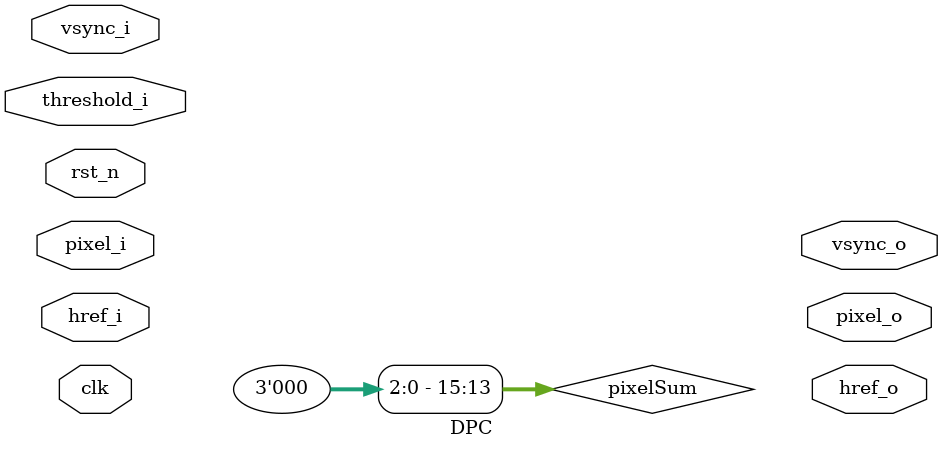
<source format=v>
module DPC
#(
    parameter bits = 8,
    parameter width = 2048,
    parameter height = 2048,
    parameter bayerFormat = 0
)
(
    input clk,
    input rst_n,

    input href_i,
    input vsync_i,
    input [bits-1 : 0] pixel_i,

    input [bits-1 : 0] threshold_i,                        // 坏点阈值

    output href_o,
    output vsync_o,
    output [bits-1 : 0] pixel_o
);

    wire [bits-1 : 0] tapData [3 : 0];
    // 五乘五，因此仅需4行缓存行
    ShiftRegister #(8, width, 4) U_LineBuffer (clk, rst_n, pixel_i, , {tapData[3], tapData[2], tapData[1], tapData[0]});

    reg [bits-1 : 0] pixel_i_reg [6:0];                                                   // LineBuffer读取需要一个clock，所以打一拍对齐
    reg [bits-1 : 0] RF00, RF01, RF02, RF03, RF04;                                        // Receptive Field感受野
    reg [bits-1 : 0] RF10, RF11, RF12, RF13, RF14;
    reg [bits-1 : 0] RF20, RF21, RF22, RF23, RF24;
    reg [bits-1 : 0] RF30, RF31, RF32, RF33, RF34;
    reg [bits-1 : 0] RF40, RF41, RF42, RF43, RF44;
    always @(posedge clk or negedge rst_n) begin
        if(~rst_n) begin
            pixel_i_reg[0] <= {bits{1'b0}};
            RF00 <= {bits{1'b0}}; RF01 <= {bits{1'b0}}; RF02 <= {bits{1'b0}}; RF03 <= {bits{1'b0}}; RF04 <= {bits{1'b0}};
            RF10 <= {bits{1'b0}}; RF11 <= {bits{1'b0}}; RF12 <= {bits{1'b0}}; RF13 <= {bits{1'b0}}; RF14 <= {bits{1'b0}};
            RF20 <= {bits{1'b0}}; RF21 <= {bits{1'b0}}; RF22 <= {bits{1'b0}}; RF23 <= {bits{1'b0}}; RF24 <= {bits{1'b0}};
            RF30 <= {bits{1'b0}}; RF31 <= {bits{1'b0}}; RF32 <= {bits{1'b0}}; RF33 <= {bits{1'b0}}; RF34 <= {bits{1'b0}};
            RF40 <= {bits{1'b0}}; RF41 <= {bits{1'b0}}; RF42 <= {bits{1'b0}}; RF43 <= {bits{1'b0}}; RF44 <= {bits{1'b0}};
        end else begin
            pixel_i_reg[0] <= pixel_i;
            RF00 <= RF01; RF01 <= RF02; RF02 <= RF03; RF03 <= RF04; RF04 <= tapData[3];
            RF10 <= RF11; RF11 <= RF12; RF12 <= RF13; RF13 <= RF14; RF14 <= tapData[2];
            RF20 <= RF21; RF21 <= RF22; RF22 <= RF23; RF23 <= RF24; RF24 <= tapData[1];
            RF30 <= RF31; RF31 <= RF32; RF32 <= RF33; RF33 <= RF34; RF34 <= tapData[0];
            RF40 <= RF41; RF41 <= RF41; RF42 <= RF43; RF43 <= RF44; RF44 <= pixel_i_reg[0];
        end
    end

    // 奇偶行判断
    reg odd_pixel;
    always @(posedge clk or negedge rst_n) begin
        if(~rst_n)
            odd_pixel <= 1'b0;
        else
            odd_pixel <= href_i ? ~odd_pixel : 1'b0;
    end

    reg href_new;
    always @(posedge clk or negedge rst_n) begin
        if(~rst_n) 
            href_new <= 1'b0;
        else
            href_new <= href_i;
    end  

    reg odd_line;
    always @(posedge clk or negedge rst_n) begin
        if(~rst_n) 
            odd_line <= 1'b0;
        else if(vsync_i)
            odd_line <= 1'b0;
        else if(href_i & ~(href_new))
            odd_line <= ~odd_line;
    end

    // bayer format judgment判断当前pixel为何种类型
    wire [1:0] pixelFormat = bayerFormat[1:0] ^ {odd_line, odd_pixel};

    // 提取感受野中与当前format一致的pixel（5*5感受野中为8个）,！！！GR与GB会在该步骤进行混合，当提取GR时会提取感受野中4个GR与4个GB
    reg [bits-1 : 0] SFP00, SFP01, SFP02;                                                              // same format piexl
    reg [bits-1 : 0] SFP10, SFP11, SFP12;
    reg [bits-1 : 0] SFP20, SFP21, SFP22;
    always @(posedge clk or negedge rst_n) begin
        if(~rst_n) begin
            SFP00 <= {bits{1'b0}}; SFP01 <= {bits{1'b0}}; SFP02 <= {bits{1'b0}};
            SFP10 <= {bits{1'b0}}; SFP11 <= {bits{1'b0}}; SFP12 <= {bits{1'b0}};
            SFP20 <= {bits{1'b0}}; SFP21 <= {bits{1'b0}}; SFP22 <= {bits{1'b0}};
        end else begin
            case (pixelFormat)
                2'b00, 2'b11 : begin                                                                   // Bug！！！
                    SFP00 <= RF00; SFP01 <= RF02; SFP02 <= RF04;
                    SFP10 <= RF20; SFP11 <= RF22; SFP12 <= RF24;
                    SFP20 <= RF40; SFP21 <= RF42; SFP22 <= RF44;
                end
                2'b01, 2'b10 : begin
                    SFP00 <= RF11; SFP01 <= RF02; SFP02 <= RF13;
                    SFP10 <= RF20; SFP11 <= RF22; SFP12 <= RF24;
                    SFP20 <= RF31; SFP21 <= RF42; SFP22 <= RF33;
                end
                default : begin
                    SFP00 <= {bits{1'b0}}; SFP01 <= {bits{1'b0}}; SFP02 <= {bits{1'b0}};
                    SFP10 <= {bits{1'b0}}; SFP11 <= {bits{1'b0}}; SFP12 <= {bits{1'b0}};
                    SFP20 <= {bits{1'b0}}; SFP21 <= {bits{1'b0}}; SFP22 <= {bits{1'b0}};
                end
            endcase
        end
    end

    // 滤波阶段，可选择：1、均值滤波 2、中值滤波 3、梯度矫正法 为快速搭建此处仅使用均值滤波
    wire [bits*2-1 : 0] pixelSum = (SFP00 + SFP01 + SFP02 + SFP10 + SFP12 + SFP20 + SFP21 + SFP22) >> 3;

    reg [bits-1 : 0] pixelMean;
    always @(posedge clk or negedge rst_n) begin
        if(~rst_n) begin
            pixelMean <= {bits{1'b0}};
        end else begin
            pixelMean <= pixelSum;
        end
    end 

    // 滤波与坏点检测是并行的，因此需要将滤波数据同步到坏点检测时序中
    reg [bits-1 : 0] pixelMean_reg [2:0];
    always @(posedge clk or negedge rst_n) begin
        if(~rst_n) begin
            pixelMean_reg[0] <= {bits{1'b0}};
            pixelMean_reg[1] <= {bits{1'b0}};
            pixelMean_reg[2] <= {bits{1'b0}};
        end else begin
            pixelMean_reg[0] <= pixelMean;
            pixelMean_reg[1] <= pixelMean_reg[0];
            pixelMean_reg[2] <= pixelMean_reg[1];
        end
    end

    // 坏点检测
    /* 步骤：
     * 1、将感受野中pixel转为有符号数
     * 2、分别计算中心像素与周围八个像素值的差
     * 3、判断差值是否都为相同符号，并计算差值绝对值
     * 4、判断差值绝对值是否超出阈值
     * 5、判断坏点是否成立，对坏点进行像素值取代
     * 将其做成五级pipeline
    */
    // 数据类型转换 
    // verilog-2001提出了可综合的有符号reg与wire
    reg signed [bits : 0] SSFP00, SSFP01, SSFP02;                                                 // singed same format pixel
    reg signed [bits : 0] SSFP10, SSFP11, SSFP12;
    reg signed [bits : 0] SSFP20, SSFP21, SSFP22;
    always @(posedge clk or negedge rst_n) begin
        if(~rst_n) begin
            SSFP00 <= {bits+1{1'b0}}; SSFP01 <= {bits+1{1'b0}}; SSFP02 <= {bits+1{1'b0}};
            SSFP10 <= {bits+1{1'b0}}; SSFP11 <= {bits+1{1'b0}}; SSFP12 <= {bits+1{1'b0}};
            SSFP20 <= {bits+1{1'b0}}; SSFP21 <= {bits+1{1'b0}}; SSFP22 <= {bits+1{1'b0}};
        end else begin
            SSFP00 <= {1'b0, SFP00}; SSFP01 <= {1'b0, SFP01}; SSFP02 <= {1'b0, SFP02};
            SSFP10 <= {1'b0, SFP10}; SSFP11 <= {1'b0, SFP11}; SSFP12 <= {1'b0, SFP12};
            SSFP20 <= {1'b0, SFP20}; SSFP21 <= {1'b0, SFP21}; SSFP22 <= {1'b0, SFP22};
        end
    end

    // 差值计算
    reg signed [bits : 0] DIFF [7 : 0];
    always @(posedge clk or negedge rst_n) begin
        if(~rst_n) begin
            DIFF[0] <= {bits+1{1'b0}};
            DIFF[1] <= {bits+1{1'b0}};
            DIFF[2] <= {bits+1{1'b0}};
            DIFF[3] <= {bits+1{1'b0}};
            DIFF[4] <= {bits+1{1'b0}};
            DIFF[5] <= {bits+1{1'b0}};
            DIFF[6] <= {bits+1{1'b0}};
            DIFF[7] <= {bits+1{1'b0}};
        end else begin
            DIFF[0] <= SSFP11 - SSFP00;
            DIFF[1] <= SSFP11 - SSFP01;
            DIFF[2] <= SSFP11 - SSFP02;
            DIFF[3] <= SSFP11 - SSFP10;
            DIFF[4] <= SSFP11 - SSFP12;
            DIFF[5] <= SSFP11 - SSFP20;
            DIFF[6] <= SSFP11 - SSFP21;
            DIFF[7] <= SSFP11 - SSFP22; 
        end
    end

    // 绝对值计算
    reg [bits-1 : 0] DIFF_abs [7 : 0];
    reg DIFF_sameSymbol;

    wire [7:0] DIFF_symbol = {DIFF[0][bits], DIFF[1][bits], DIFF[2][bits], DIFF[3][bits], DIFF[4][bits], DIFF[5][bits], DIFF[6][bits], DIFF[7][bits]};     // 多维索引在verilog中已经支持，可不可综合未知
    
    always @(posedge clk or negedge rst_n) begin
        if(~rst_n) begin
            DIFF_sameSymbol <= 1'b0;
            DIFF_abs[0] <= {bits{1'b0}};
            DIFF_abs[1] <= {bits{1'b0}};
            DIFF_abs[2] <= {bits{1'b0}};
            DIFF_abs[3] <= {bits{1'b0}};
            DIFF_abs[4] <= {bits{1'b0}};
            DIFF_abs[5] <= {bits{1'b0}};
            DIFF_abs[6] <= {bits{1'b0}};
            DIFF_abs[7] <= {bits{1'b0}};
        end else begin
            DIFF_sameSymbol <= &DIFF_symbol || &(~DIFF_symbol);
            DIFF_abs[0] <= DIFF[0][bits] ? (1'sb0 - DIFF[0]) : DIFF[0];                                     // 自动截位
            DIFF_abs[1] <= DIFF[1][bits] ? (1'sb0 - DIFF[1]) : DIFF[1];
            DIFF_abs[2] <= DIFF[2][bits] ? (1'sb0 - DIFF[2]) : DIFF[2];
            DIFF_abs[3] <= DIFF[3][bits] ? (1'sb0 - DIFF[3]) : DIFF[3];
            DIFF_abs[4] <= DIFF[4][bits] ? (1'sb0 - DIFF[4]) : DIFF[4];
            DIFF_abs[5] <= DIFF[5][bits] ? (1'sb0 - DIFF[5]) : DIFF[5];
            DIFF_abs[6] <= DIFF[6][bits] ? (1'sb0 - DIFF[6]) : DIFF[6];
            DIFF_abs[7] <= DIFF[7][bits] ? (1'sb0 - DIFF[7]) : DIFF[7];
        end
    end

    // 判断是否超出阈值
    reg isBad;
    reg [bits-1 : 0] overflow;

    generate
        genvar i;
        for (i = 0; i < bits; i = i + 1) begin
            assign overflow[i] = DIFF_abs[i] > threshold_i;
        end
    endgenerate 

    always @(posedge clk or negedge rst_n) begin
        if(~rst_n) begin
            isBad <= 1'b0;
        end else begin
            isBad <= |overflow;
        end
    end

    //
    always @(posedge clk or negedge rst_n) begin
        if(~rst_n) begin
            pixel_i_reg[1] <= {bits{1'b0}};
            pixel_i_reg[2] <= {bits{1'b0}};
            pixel_i_reg[3] <= {bits{1'b0}};
            pixel_i_reg[4] <= {bits{1'b0}};
            pixel_i_reg[5] <= {bits{1'b0}};
            pixel_i_reg[6] <= {bits{1'b0}};
        end else begin
            pixel_i_reg[1] <= pixel_i_reg[0];
            pixel_i_reg[2] <= pixel_i_reg[1];
            pixel_i_reg[3] <= pixel_i_reg[2];
            pixel_i_reg[4] <= pixel_i_reg[3];
            pixel_i_reg[5] <= pixel_i_reg[4];
            pixel_i_reg[6] <= pixel_i_reg[5];
        end
    end

    // 像素替换
    reg [bits-1 : 0] pixelNew;
    always @(posedge clk or negedge rst_n) begin
        if(~rst_n) begin
            pixelNew <= {bits{1'b0}};
        end else begin
            pixelNew <= isBad ? pixelMean_reg[2] : pixel_i_reg[6];
        end
    end

endmodule
</source>
